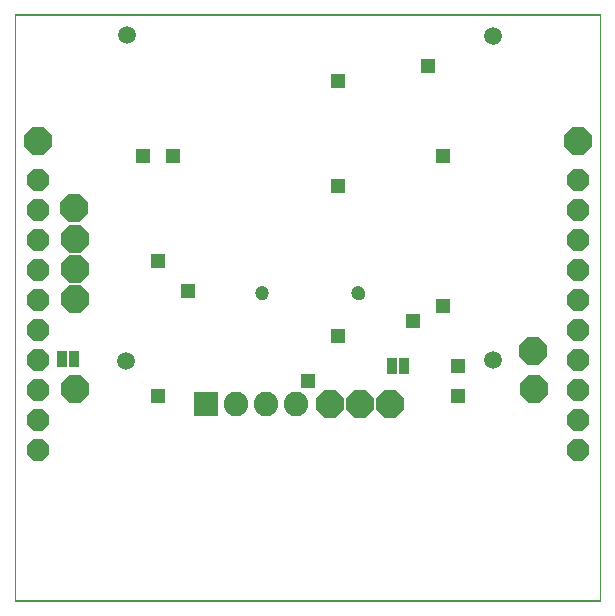
<source format=gbs>
G75*
G70*
%OFA0B0*%
%FSLAX24Y24*%
%IPPOS*%
%LPD*%
%AMOC8*
5,1,8,0,0,1.08239X$1,22.5*
%
%ADD10C,0.0000*%
%ADD11C,0.0474*%
%ADD12C,0.0592*%
%ADD13OC8,0.0710*%
%ADD14OC8,0.0930*%
%ADD15R,0.0820X0.0820*%
%ADD16C,0.0820*%
%ADD17R,0.0330X0.0580*%
%ADD18R,0.0516X0.0516*%
D10*
X000736Y000100D02*
X000736Y019663D01*
X020252Y019663D01*
X020252Y000100D01*
X000736Y000100D01*
X000750Y000128D02*
X000750Y019628D01*
X020250Y019628D01*
X020250Y000128D01*
X000750Y000128D01*
X004181Y008120D02*
X004183Y008151D01*
X004189Y008182D01*
X004198Y008212D01*
X004211Y008241D01*
X004228Y008268D01*
X004248Y008292D01*
X004270Y008314D01*
X004296Y008333D01*
X004323Y008349D01*
X004352Y008361D01*
X004382Y008370D01*
X004413Y008375D01*
X004445Y008376D01*
X004476Y008373D01*
X004507Y008366D01*
X004537Y008356D01*
X004565Y008342D01*
X004591Y008324D01*
X004615Y008304D01*
X004636Y008280D01*
X004655Y008255D01*
X004670Y008227D01*
X004681Y008198D01*
X004689Y008167D01*
X004693Y008136D01*
X004693Y008104D01*
X004689Y008073D01*
X004681Y008042D01*
X004670Y008013D01*
X004655Y007985D01*
X004636Y007960D01*
X004615Y007936D01*
X004591Y007916D01*
X004565Y007898D01*
X004537Y007884D01*
X004507Y007874D01*
X004476Y007867D01*
X004445Y007864D01*
X004413Y007865D01*
X004382Y007870D01*
X004352Y007879D01*
X004323Y007891D01*
X004296Y007907D01*
X004270Y007926D01*
X004248Y007948D01*
X004228Y007972D01*
X004211Y007999D01*
X004198Y008028D01*
X004189Y008058D01*
X004183Y008089D01*
X004181Y008120D01*
X008768Y010364D02*
X008770Y010391D01*
X008776Y010418D01*
X008785Y010444D01*
X008798Y010468D01*
X008814Y010491D01*
X008833Y010510D01*
X008855Y010527D01*
X008879Y010541D01*
X008904Y010551D01*
X008931Y010558D01*
X008958Y010561D01*
X008986Y010560D01*
X009013Y010555D01*
X009039Y010547D01*
X009063Y010535D01*
X009086Y010519D01*
X009107Y010501D01*
X009124Y010480D01*
X009139Y010456D01*
X009150Y010431D01*
X009158Y010405D01*
X009162Y010378D01*
X009162Y010350D01*
X009158Y010323D01*
X009150Y010297D01*
X009139Y010272D01*
X009124Y010248D01*
X009107Y010227D01*
X009086Y010209D01*
X009064Y010193D01*
X009039Y010181D01*
X009013Y010173D01*
X008986Y010168D01*
X008958Y010167D01*
X008931Y010170D01*
X008904Y010177D01*
X008879Y010187D01*
X008855Y010201D01*
X008833Y010218D01*
X008814Y010237D01*
X008798Y010260D01*
X008785Y010284D01*
X008776Y010310D01*
X008770Y010337D01*
X008768Y010364D01*
X011996Y010364D02*
X011998Y010391D01*
X012004Y010418D01*
X012013Y010444D01*
X012026Y010468D01*
X012042Y010491D01*
X012061Y010510D01*
X012083Y010527D01*
X012107Y010541D01*
X012132Y010551D01*
X012159Y010558D01*
X012186Y010561D01*
X012214Y010560D01*
X012241Y010555D01*
X012267Y010547D01*
X012291Y010535D01*
X012314Y010519D01*
X012335Y010501D01*
X012352Y010480D01*
X012367Y010456D01*
X012378Y010431D01*
X012386Y010405D01*
X012390Y010378D01*
X012390Y010350D01*
X012386Y010323D01*
X012378Y010297D01*
X012367Y010272D01*
X012352Y010248D01*
X012335Y010227D01*
X012314Y010209D01*
X012292Y010193D01*
X012267Y010181D01*
X012241Y010173D01*
X012214Y010168D01*
X012186Y010167D01*
X012159Y010170D01*
X012132Y010177D01*
X012107Y010187D01*
X012083Y010201D01*
X012061Y010218D01*
X012042Y010237D01*
X012026Y010260D01*
X012013Y010284D01*
X012004Y010310D01*
X011998Y010337D01*
X011996Y010364D01*
X016425Y008159D02*
X016427Y008190D01*
X016433Y008221D01*
X016442Y008251D01*
X016455Y008280D01*
X016472Y008307D01*
X016492Y008331D01*
X016514Y008353D01*
X016540Y008372D01*
X016567Y008388D01*
X016596Y008400D01*
X016626Y008409D01*
X016657Y008414D01*
X016689Y008415D01*
X016720Y008412D01*
X016751Y008405D01*
X016781Y008395D01*
X016809Y008381D01*
X016835Y008363D01*
X016859Y008343D01*
X016880Y008319D01*
X016899Y008294D01*
X016914Y008266D01*
X016925Y008237D01*
X016933Y008206D01*
X016937Y008175D01*
X016937Y008143D01*
X016933Y008112D01*
X016925Y008081D01*
X016914Y008052D01*
X016899Y008024D01*
X016880Y007999D01*
X016859Y007975D01*
X016835Y007955D01*
X016809Y007937D01*
X016781Y007923D01*
X016751Y007913D01*
X016720Y007906D01*
X016689Y007903D01*
X016657Y007904D01*
X016626Y007909D01*
X016596Y007918D01*
X016567Y007930D01*
X016540Y007946D01*
X016514Y007965D01*
X016492Y007987D01*
X016472Y008011D01*
X016455Y008038D01*
X016442Y008067D01*
X016433Y008097D01*
X016427Y008128D01*
X016425Y008159D01*
X016425Y018946D02*
X016427Y018977D01*
X016433Y019008D01*
X016442Y019038D01*
X016455Y019067D01*
X016472Y019094D01*
X016492Y019118D01*
X016514Y019140D01*
X016540Y019159D01*
X016567Y019175D01*
X016596Y019187D01*
X016626Y019196D01*
X016657Y019201D01*
X016689Y019202D01*
X016720Y019199D01*
X016751Y019192D01*
X016781Y019182D01*
X016809Y019168D01*
X016835Y019150D01*
X016859Y019130D01*
X016880Y019106D01*
X016899Y019081D01*
X016914Y019053D01*
X016925Y019024D01*
X016933Y018993D01*
X016937Y018962D01*
X016937Y018930D01*
X016933Y018899D01*
X016925Y018868D01*
X016914Y018839D01*
X016899Y018811D01*
X016880Y018786D01*
X016859Y018762D01*
X016835Y018742D01*
X016809Y018724D01*
X016781Y018710D01*
X016751Y018700D01*
X016720Y018693D01*
X016689Y018690D01*
X016657Y018691D01*
X016626Y018696D01*
X016596Y018705D01*
X016567Y018717D01*
X016540Y018733D01*
X016514Y018752D01*
X016492Y018774D01*
X016472Y018798D01*
X016455Y018825D01*
X016442Y018854D01*
X016433Y018884D01*
X016427Y018915D01*
X016425Y018946D01*
X004220Y018986D02*
X004222Y019017D01*
X004228Y019048D01*
X004237Y019078D01*
X004250Y019107D01*
X004267Y019134D01*
X004287Y019158D01*
X004309Y019180D01*
X004335Y019199D01*
X004362Y019215D01*
X004391Y019227D01*
X004421Y019236D01*
X004452Y019241D01*
X004484Y019242D01*
X004515Y019239D01*
X004546Y019232D01*
X004576Y019222D01*
X004604Y019208D01*
X004630Y019190D01*
X004654Y019170D01*
X004675Y019146D01*
X004694Y019121D01*
X004709Y019093D01*
X004720Y019064D01*
X004728Y019033D01*
X004732Y019002D01*
X004732Y018970D01*
X004728Y018939D01*
X004720Y018908D01*
X004709Y018879D01*
X004694Y018851D01*
X004675Y018826D01*
X004654Y018802D01*
X004630Y018782D01*
X004604Y018764D01*
X004576Y018750D01*
X004546Y018740D01*
X004515Y018733D01*
X004484Y018730D01*
X004452Y018731D01*
X004421Y018736D01*
X004391Y018745D01*
X004362Y018757D01*
X004335Y018773D01*
X004309Y018792D01*
X004287Y018814D01*
X004267Y018838D01*
X004250Y018865D01*
X004237Y018894D01*
X004228Y018924D01*
X004222Y018955D01*
X004220Y018986D01*
D11*
X008965Y010364D03*
X012193Y010364D03*
D12*
X016681Y008159D03*
X016681Y018946D03*
X004476Y018986D03*
X004437Y008120D03*
D13*
X001500Y008128D03*
X001500Y009128D03*
X001500Y010128D03*
X001500Y011128D03*
X001500Y012128D03*
X001500Y013128D03*
X001500Y014128D03*
X001500Y007128D03*
X001500Y006128D03*
X001500Y005128D03*
X019500Y005128D03*
X019500Y006128D03*
X019500Y007128D03*
X019500Y008128D03*
X019500Y009128D03*
X019500Y010128D03*
X019500Y011128D03*
X019500Y012128D03*
X019500Y013128D03*
X019500Y014128D03*
D14*
X019500Y015443D03*
X018000Y008443D03*
X018039Y007179D03*
X013250Y006693D03*
X012250Y006693D03*
X011250Y006693D03*
X002750Y007193D03*
X002750Y010193D03*
X002750Y011193D03*
X002750Y012193D03*
X002729Y013199D03*
X001500Y015443D03*
D15*
X007125Y006693D03*
D16*
X008125Y006693D03*
X009125Y006693D03*
X010125Y006693D03*
D17*
X013300Y007943D03*
X013700Y007943D03*
X002700Y008193D03*
X002300Y008193D03*
D18*
X005500Y006943D03*
X006500Y010443D03*
X005500Y011443D03*
X005000Y014943D03*
X006000Y014943D03*
X011500Y013943D03*
X011500Y017443D03*
X014500Y017943D03*
X015000Y014943D03*
X015000Y009943D03*
X014000Y009443D03*
X015500Y007943D03*
X015500Y006943D03*
X011500Y008943D03*
X010500Y007443D03*
M02*

</source>
